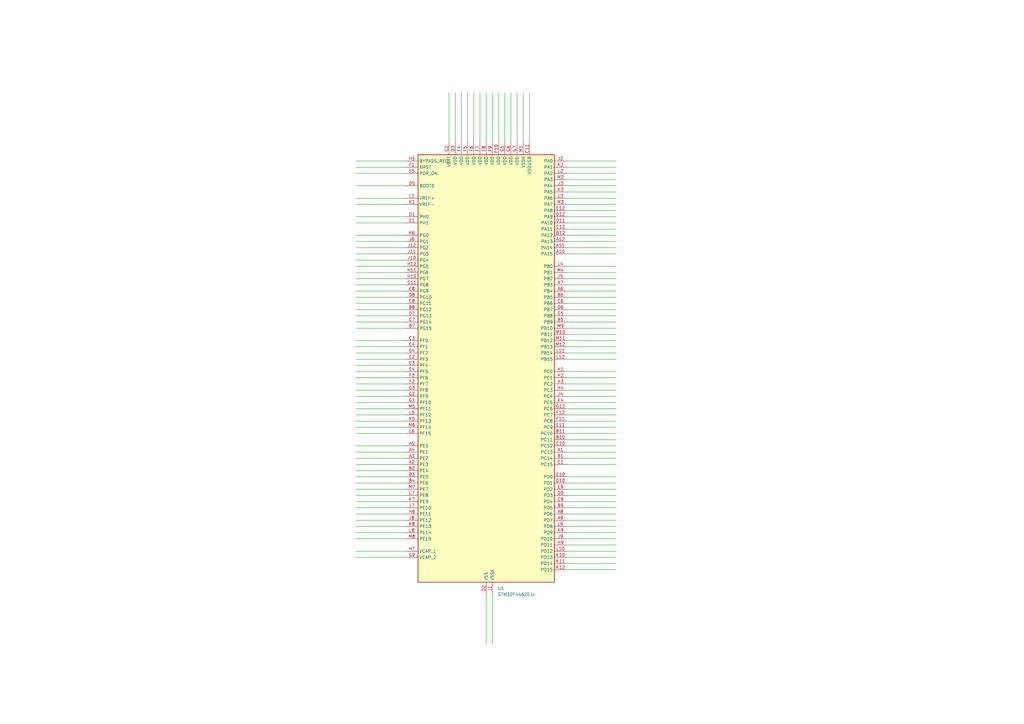
<source format=kicad_sch>
(kicad_sch (version 20230121) (generator eeschema)
  (paper "A3")
  (lib_symbols
    (symbol "MCU_ST_STM32F4:STM32F446ZEJx"
      (property "Reference" "U" (at -27.94 90.17 0))
      (property "Value" "STM32F446ZEJx" (at 20.32 90.17 0))
      (symbol "STM32F446ZEJx_0_1"
        (rectangle (start -27.94 -86.36) (end 27.94 88.9) (stroke (width 0.254)) (fill (type background)))
      )
      (symbol "STM32F446ZEJx_1_1"
        (pin bidirectional line (at 33.02 -33.02 180) (length 5.08) (name "PC13") (number "A1"))
        (pin bidirectional line (at 33.02 48.26 180) (length 5.08) (name "PA15") (number "A10"))
        (pin bidirectional line (at 33.02 50.8 180) (length 5.08) (name "PA14") (number "A11"))
        (pin bidirectional line (at 33.02 53.34 180) (length 5.08) (name "PA13") (number "A12"))
        (pin bidirectional line (at -33.02 -38.1 0) (length 5.08) (name "PE3") (number "A2"))
        (pin bidirectional line (at -33.02 -35.56 0) (length 5.08) (name "PE2") (number "A3"))
        (pin bidirectional line (at -33.02 -33.02 0) (length 5.08) (name "PE1") (number "A4"))
        (pin bidirectional line (at -33.02 -30.48 0) (length 5.08) (name "PE0") (number "A5"))
        (pin bidirectional line (at 33.02 33.02 180) (length 5.08) (name "PB4") (number "A6"))
        (pin bidirectional line (at 33.02 35.56 180) (length 5.08) (name "PB3") (number "A7"))
        (pin bidirectional line (at 33.02 -58.42 180) (length 5.08) (name "PD6") (number "A8"))
        (pin bidirectional line (at 33.02 -60.96 180) (length 5.08) (name "PD7") (number "A9"))
        (pin bidirectional line (at 33.02 -35.56 180) (length 5.08) (name "PC14") (number "B1"))
        (pin bidirectional line (at 33.02 -27.94 180) (length 5.08) (name "PC11") (number "B10"))
        (pin bidirectional line (at 33.02 -25.4 180) (length 5.08) (name "PC10") (number "B11"))
        (pin bidirectional line (at 33.02 55.88 180) (length 5.08) (name "PA12") (number "B12"))
        (pin bidirectional line (at -33.02 -40.64 0) (length 5.08) (name "PE4") (number "B2"))
        (pin bidirectional line (at -33.02 -43.18 0) (length 5.08) (name "PE5") (number "B3"))
        (pin bidirectional line (at -33.02 -45.72 0) (length 5.08) (name "PE6") (number "B4"))
        (pin bidirectional line (at 33.02 20.32 180) (length 5.08) (name "PB9") (number "B5"))
        (pin bidirectional line (at 33.02 30.48 180) (length 5.08) (name "PB5") (number "B6"))
        (pin bidirectional line (at -33.02 17.78 0) (length 5.08) (name "PG15") (number "B7"))
        (pin bidirectional line (at -33.02 25.4 0) (length 5.08) (name "PG12") (number "B8"))
        (pin bidirectional line (at 33.02 -55.88 180) (length 5.08) (name "PD5") (number "B9"))
        (pin bidirectional line (at 33.02 -38.1 180) (length 5.08) (name "PC15") (number "C1"))
        (pin bidirectional line (at 33.02 -30.48 180) (length 5.08) (name "PC12") (number "C10"))
        (pin power_in line (at 17.78 93.98 270) (length 5.08) (name "VDDUSB") (number "C11"))
        (pin bidirectional line (at 33.02 58.42 180) (length 5.08) (name "PA11") (number "C12"))
        (pin power_in line (at -15.24 93.98 270) (length 5.08) (name "VBAT") (number "C2"))
        (pin bidirectional line (at -33.02 12.7 0) (length 5.08) (name "PF0") (number "C3"))
        (pin bidirectional line (at -33.02 10.16 0) (length 5.08) (name "PF1") (number "C4"))
        (pin bidirectional line (at 33.02 22.86 180) (length 5.08) (name "PB8") (number "C5"))
        (pin bidirectional line (at 33.02 27.94 180) (length 5.08) (name "PB6") (number "C6"))
        (pin bidirectional line (at -33.02 20.32 0) (length 5.08) (name "PG14") (number "C7"))
        (pin bidirectional line (at -33.02 27.94 0) (length 5.08) (name "PG11") (number "C8"))
        (pin bidirectional line (at 33.02 -53.34 180) (length 5.08) (name "PD4") (number "C9"))
        (pin bidirectional line (at -33.02 63.5 0) (length 5.08) (name "PH0") (number "D1"))
        (pin bidirectional line (at 33.02 -45.72 180) (length 5.08) (name "PD1") (number "D10"))
        (pin bidirectional line (at 33.02 60.96 180) (length 5.08) (name "PA10") (number "D11"))
        (pin bidirectional line (at 33.02 63.5 180) (length 5.08) (name "PA9") (number "D12"))
        (pin power_in line (at 0 -91.44 90) (length 5.08) (name "VSS") (number "D2"))
        (pin power_in line (at -12.7 93.98 270) (length 5.08) (name "VDD") (number "D3"))
        (pin bidirectional line (at -33.02 7.62 0) (length 5.08) (name "PF2") (number "D4"))
        (pin input line (at -33.02 76.2 0) (length 5.08) (name "BOOT0") (number "D5"))
        (pin bidirectional line (at 33.02 25.4 180) (length 5.08) (name "PB7") (number "D6"))
        (pin bidirectional line (at -33.02 22.86 0) (length 5.08) (name "PG13") (number "D7"))
        (pin bidirectional line (at -33.02 30.48 0) (length 5.08) (name "PG10") (number "D8"))
        (pin bidirectional line (at 33.02 -50.8 180) (length 5.08) (name "PD3") (number "D9"))
        (pin bidirectional line (at -33.02 60.96 0) (length 5.08) (name "PH1") (number "E1"))
        (pin bidirectional line (at 33.02 -43.18 180) (length 5.08) (name "PD0") (number "E10"))
        (pin bidirectional line (at 33.02 -22.86 180) (length 5.08) (name "PC9") (number "E11"))
        (pin bidirectional line (at 33.02 66.04 180) (length 5.08) (name "PA8") (number "E12"))
        (pin bidirectional line (at -33.02 5.08 0) (length 5.08) (name "PF3") (number "E2"))
        (pin bidirectional line (at -33.02 2.54 0) (length 5.08) (name "PF4") (number "E3"))
        (pin bidirectional line (at -33.02 0 0) (length 5.08) (name "PF5") (number "E4"))
        (pin input line (at -33.02 81.28 0) (length 5.08) (name "PDR_ON") (number "E5"))
        (pin passive line (at 0 -91.44 90) (length 5.08) hide (name "VSS") (number "E6"))
        (pin passive line (at 0 -91.44 90) (length 5.08) hide (name "VSS") (number "E7"))
        (pin bidirectional line (at -33.02 33.02 0) (length 5.08) (name "PG9") (number "E8"))
        (pin bidirectional line (at 33.02 -48.26 180) (length 5.08) (name "PD2") (number "E9"))
        (pin input line (at -33.02 83.82 0) (length 5.08) (name "NRST") (number "F1"))
        (pin power_in line (at 5.08 93.98 270) (length 5.08) (name "VDD") (number "F10"))
        (pin bidirectional line (at 33.02 -20.32 180) (length 5.08) (name "PC8") (number "F11"))
        (pin bidirectional line (at 33.02 -17.78 180) (length 5.08) (name "PC7") (number "F12"))
        (pin bidirectional line (at -33.02 -5.08 0) (length 5.08) (name "PF7") (number "F2"))
        (pin bidirectional line (at -33.02 -2.54 0) (length 5.08) (name "PF6") (number "F3"))
        (pin power_in line (at -10.16 93.98 270) (length 5.08) (name "VDD") (number "F4"))
        (pin power_in line (at -7.62 93.98 270) (length 5.08) (name "VDD") (number "F5"))
        (pin power_in line (at -5.08 93.98 270) (length 5.08) (name "VDD") (number "F6"))
        (pin power_in line (at -2.54 93.98 270) (length 5.08) (name "VDD") (number "F7"))
        (pin power_in line (at 0 93.98 270) (length 5.08) (name "VDD") (number "F8"))
        (pin power_in line (at 2.54 93.98 270) (length 5.08) (name "VDD") (number "F9"))
        (pin bidirectional line (at -33.02 -12.7 0) (length 5.08) (name "PF10") (number "G1"))
        (pin passive line (at 0 -91.44 90) (length 5.08) hide (name "VSS") (number "G10"))
        (pin bidirectional line (at -33.02 35.56 0) (length 5.08) (name "PG8") (number "G11"))
        (pin bidirectional line (at 33.02 -15.24 180) (length 5.08) (name "PC6") (number "G12"))
        (pin bidirectional line (at -33.02 -10.16 0) (length 5.08) (name "PF9") (number "G2"))
        (pin bidirectional line (at -33.02 -7.62 0) (length 5.08) (name "PF8") (number "G3"))
        (pin passive line (at 0 -91.44 90) (length 5.08) hide (name "VSS") (number "G4"))
        (pin power_in line (at 7.62 93.98 270) (length 5.08) (name "VDD") (number "G5"))
        (pin power_in line (at 10.16 93.98 270) (length 5.08) (name "VDD") (number "G6"))
        (pin power_in line (at 12.7 93.98 270) (length 5.08) (name "VDD") (number "G7"))
        (pin passive line (at 0 -91.44 90) (length 5.08) hide (name "VSS") (number "G8"))
        (pin power_out line (at -33.02 -76.2 0) (length 5.08) (name "VCAP_2") (number "G9"))
        (pin bidirectional line (at 33.02 0 180) (length 5.08) (name "PC0") (number "H1"))
        (pin bidirectional line (at -33.02 38.1 0) (length 5.08) (name "PG7") (number "H10"))
        (pin bidirectional line (at -33.02 40.64 0) (length 5.08) (name "PG6") (number "H11"))
        (pin bidirectional line (at -33.02 43.18 0) (length 5.08) (name "PG5") (number "H12"))
        (pin bidirectional line (at 33.02 -2.54 180) (length 5.08) (name "PC1") (number "H2"))
        (pin bidirectional line (at 33.02 -5.08 180) (length 5.08) (name "PC2") (number "H3"))
        (pin bidirectional line (at 33.02 -7.62 180) (length 5.08) (name "PC3") (number "H4"))
        (pin input line (at -33.02 86.36 0) (length 5.08) (name "BYPASS_REG") (number "H5"))
        (pin passive line (at 0 -91.44 90) (length 5.08) hide (name "VSS") (number "H6"))
        (pin power_out line (at -33.02 -73.66 0) (length 5.08) (name "VCAP_1") (number "H7"))
        (pin bidirectional line (at -33.02 -58.42 0) (length 5.08) (name "PE11") (number "H8"))
        (pin bidirectional line (at 33.02 -71.12 180) (length 5.08) (name "PD11") (number "H9"))
        (pin power_in line (at 2.54 -91.44 90) (length 5.08) (name "VSSA") (number "J1"))
        (pin bidirectional line (at -33.02 45.72 0) (length 5.08) (name "PG4") (number "J10"))
        (pin bidirectional line (at -33.02 48.26 0) (length 5.08) (name "PG3") (number "J11"))
        (pin bidirectional line (at -33.02 50.8 0) (length 5.08) (name "PG2") (number "J12"))
        (pin bidirectional line (at 33.02 86.36 180) (length 5.08) (name "PA0") (number "J2"))
        (pin bidirectional line (at 33.02 76.2 180) (length 5.08) (name "PA4") (number "J3"))
        (pin bidirectional line (at 33.02 -10.16 180) (length 5.08) (name "PC4") (number "J4"))
        (pin bidirectional line (at 33.02 38.1 180) (length 5.08) (name "PB2") (number "J5"))
        (pin bidirectional line (at -33.02 53.34 0) (length 5.08) (name "PG1") (number "J6"))
        (pin bidirectional line (at -33.02 -55.88 0) (length 5.08) (name "PE10") (number "J7"))
        (pin bidirectional line (at -33.02 -60.96 0) (length 5.08) (name "PE12") (number "J8"))
        (pin bidirectional line (at 33.02 -68.58 180) (length 5.08) (name "PD10") (number "J9"))
        (pin input line (at -33.02 68.58 0) (length 5.08) (name "VREF-") (number "K1"))
        (pin bidirectional line (at 33.02 -76.2 180) (length 5.08) (name "PD13") (number "K10"))
        (pin bidirectional line (at 33.02 -78.74 180) (length 5.08) (name "PD14") (number "K11"))
        (pin bidirectional line (at 33.02 -81.28 180) (length 5.08) (name "PD15") (number "K12"))
        (pin bidirectional line (at 33.02 83.82 180) (length 5.08) (name "PA1") (number "K2"))
        (pin bidirectional line (at 33.02 73.66 180) (length 5.08) (name "PA5") (number "K3"))
        (pin bidirectional line (at 33.02 -12.7 180) (length 5.08) (name "PC5") (number "K4"))
        (pin bidirectional line (at -33.02 -20.32 0) (length 5.08) (name "PF13") (number "K5"))
        (pin bidirectional line (at -33.02 55.88 0) (length 5.08) (name "PG0") (number "K6"))
        (pin bidirectional line (at -33.02 -53.34 0) (length 5.08) (name "PE9") (number "K7"))
        (pin bidirectional line (at -33.02 -63.5 0) (length 5.08) (name "PE13") (number "K8"))
        (pin bidirectional line (at 33.02 -66.04 180) (length 5.08) (name "PD9") (number "K9"))
        (pin input line (at -33.02 71.12 0) (length 5.08) (name "VREF+") (number "L1"))
        (pin bidirectional line (at 33.02 -73.66 180) (length 5.08) (name "PD12") (number "L10"))
        (pin bidirectional line (at 33.02 7.62 180) (length 5.08) (name "PB14") (number "L11"))
        (pin bidirectional line (at 33.02 5.08 180) (length 5.08) (name "PB15") (number "L12"))
        (pin bidirectional line (at 33.02 81.28 180) (length 5.08) (name "PA2") (number "L2"))
        (pin bidirectional line (at 33.02 71.12 180) (length 5.08) (name "PA6") (number "L3"))
        (pin bidirectional line (at 33.02 43.18 180) (length 5.08) (name "PB0") (number "L4"))
        (pin bidirectional line (at -33.02 -17.78 0) (length 5.08) (name "PF12") (number "L5"))
        (pin bidirectional line (at -33.02 -25.4 0) (length 5.08) (name "PF15") (number "L6"))
        (pin bidirectional line (at -33.02 -50.8 0) (length 5.08) (name "PE8") (number "L7"))
        (pin bidirectional line (at -33.02 -66.04 0) (length 5.08) (name "PE14") (number "L8"))
        (pin bidirectional line (at 33.02 -63.5 180) (length 5.08) (name "PD8") (number "L9"))
        (pin power_in line (at 15.24 93.98 270) (length 5.08) (name "VDDA") (number "M1"))
        (pin bidirectional line (at 33.02 15.24 180) (length 5.08) (name "PB11") (number "M10"))
        (pin bidirectional line (at 33.02 12.7 180) (length 5.08) (name "PB12") (number "M11"))
        (pin bidirectional line (at 33.02 10.16 180) (length 5.08) (name "PB13") (number "M12"))
        (pin bidirectional line (at 33.02 78.74 180) (length 5.08) (name "PA3") (number "M2"))
        (pin bidirectional line (at 33.02 68.58 180) (length 5.08) (name "PA7") (number "M3"))
        (pin bidirectional line (at 33.02 40.64 180) (length 5.08) (name "PB1") (number "M4"))
        (pin bidirectional line (at -33.02 -15.24 0) (length 5.08) (name "PF11") (number "M5"))
        (pin bidirectional line (at -33.02 -22.86 0) (length 5.08) (name "PF14") (number "M6"))
        (pin bidirectional line (at -33.02 -48.26 0) (length 5.08) (name "PE7") (number "M7"))
        (pin bidirectional line (at -33.02 -68.58 0) (length 5.08) (name "PE15") (number "M8"))
        (pin bidirectional line (at 33.02 17.78 180) (length 5.08) (name "PB10") (number "M9"))
      )
    )
  )
  (wire (pts (xy 232.41 142.24) (xy 252.73 142.24)))
  (wire (pts (xy 146.05 121.92) (xy 166.37 121.92)))
  (wire (pts (xy 146.05 205.74) (xy 166.37 205.74)))
  (wire (pts (xy 146.05 157.48) (xy 166.37 157.48)))
  (wire (pts (xy 146.05 81.28) (xy 166.37 81.28)))
  (wire (pts (xy 146.05 147.32) (xy 166.37 147.32)))
  (wire (pts (xy 146.05 190.5) (xy 166.37 190.5)))
  (wire (pts (xy 146.05 83.82) (xy 166.37 83.82)))
  (wire (pts (xy 146.05 114.3) (xy 166.37 114.3)))
  (wire (pts (xy 146.05 68.58) (xy 166.37 68.58)))
  (wire (pts (xy 146.05 213.36) (xy 166.37 213.36)))
  (wire (pts (xy 146.05 129.54) (xy 166.37 129.54)))
  (wire (pts (xy 209.55 38.1) (xy 209.55 58.42)))
  (wire (pts (xy 232.41 114.3) (xy 252.73 114.3)))
  (wire (pts (xy 146.05 99.06) (xy 166.37 99.06)))
  (wire (pts (xy 146.05 220.98) (xy 166.37 220.98)))
  (wire (pts (xy 232.41 177.8) (xy 252.73 177.8)))
  (wire (pts (xy 232.41 220.98) (xy 252.73 220.98)))
  (wire (pts (xy 252.73 81.28) (xy 232.41 81.28)))
  (wire (pts (xy 146.05 116.84) (xy 166.37 116.84)))
  (wire (pts (xy 201.93 264.16) (xy 201.93 243.84)))
  (wire (pts (xy 232.41 137.16) (xy 252.73 137.16)))
  (wire (pts (xy 146.05 162.56) (xy 166.37 162.56)))
  (wire (pts (xy 146.05 167.64) (xy 166.37 167.64)))
  (wire (pts (xy 146.05 152.4) (xy 166.37 152.4)))
  (wire (pts (xy 146.05 210.82) (xy 166.37 210.82)))
  (wire (pts (xy 232.41 215.9) (xy 252.73 215.9)))
  (wire (pts (xy 146.05 154.94) (xy 166.37 154.94)))
  (wire (pts (xy 146.05 177.8) (xy 166.37 177.8)))
  (wire (pts (xy 232.41 223.52) (xy 252.73 223.52)))
  (wire (pts (xy 146.05 71.12) (xy 166.37 71.12)))
  (wire (pts (xy 232.41 124.46) (xy 252.73 124.46)))
  (wire (pts (xy 232.41 152.4) (xy 252.73 152.4)))
  (wire (pts (xy 232.41 165.1) (xy 252.73 165.1)))
  (wire (pts (xy 252.73 83.82) (xy 232.41 83.82)))
  (wire (pts (xy 146.05 185.42) (xy 166.37 185.42)))
  (wire (pts (xy 232.41 187.96) (xy 252.73 187.96)))
  (wire (pts (xy 252.73 68.58) (xy 232.41 68.58)))
  (wire (pts (xy 252.73 73.66) (xy 232.41 73.66)))
  (wire (pts (xy 232.41 127) (xy 252.73 127)))
  (wire (pts (xy 191.77 38.1) (xy 191.77 58.42)))
  (wire (pts (xy 186.69 38.1) (xy 186.69 58.42)))
  (wire (pts (xy 232.41 157.48) (xy 252.73 157.48)))
  (wire (pts (xy 232.41 200.66) (xy 252.73 200.66)))
  (wire (pts (xy 146.05 172.72) (xy 166.37 172.72)))
  (wire (pts (xy 232.41 162.56) (xy 252.73 162.56)))
  (wire (pts (xy 232.41 172.72) (xy 252.73 172.72)))
  (wire (pts (xy 146.05 175.26) (xy 166.37 175.26)))
  (wire (pts (xy 146.05 66.04) (xy 166.37 66.04)))
  (wire (pts (xy 146.05 187.96) (xy 166.37 187.96)))
  (wire (pts (xy 232.41 185.42) (xy 252.73 185.42)))
  (wire (pts (xy 232.41 109.22) (xy 252.73 109.22)))
  (wire (pts (xy 232.41 203.2) (xy 252.73 203.2)))
  (wire (pts (xy 146.05 127) (xy 166.37 127)))
  (wire (pts (xy 232.41 121.92) (xy 252.73 121.92)))
  (wire (pts (xy 146.05 104.14) (xy 166.37 104.14)))
  (wire (pts (xy 252.73 93.98) (xy 232.41 93.98)))
  (wire (pts (xy 232.41 129.54) (xy 252.73 129.54)))
  (wire (pts (xy 146.05 165.1) (xy 166.37 165.1)))
  (wire (pts (xy 146.05 170.18) (xy 166.37 170.18)))
  (wire (pts (xy 252.73 101.6) (xy 232.41 101.6)))
  (wire (pts (xy 232.41 210.82) (xy 252.73 210.82)))
  (wire (pts (xy 232.41 116.84) (xy 252.73 116.84)))
  (wire (pts (xy 146.05 200.66) (xy 166.37 200.66)))
  (wire (pts (xy 232.41 132.08) (xy 252.73 132.08)))
  (wire (pts (xy 212.09 38.1) (xy 212.09 58.42)))
  (wire (pts (xy 232.41 144.78) (xy 252.73 144.78)))
  (wire (pts (xy 204.47 38.1) (xy 204.47 58.42)))
  (wire (pts (xy 194.31 38.1) (xy 194.31 58.42)))
  (wire (pts (xy 252.73 66.04) (xy 232.41 66.04)))
  (wire (pts (xy 146.05 96.52) (xy 166.37 96.52)))
  (wire (pts (xy 146.05 149.86) (xy 166.37 149.86)))
  (wire (pts (xy 232.41 175.26) (xy 252.73 175.26)))
  (wire (pts (xy 199.39 264.16) (xy 199.39 243.84)))
  (wire (pts (xy 146.05 226.06) (xy 166.37 226.06)))
  (wire (pts (xy 252.73 71.12) (xy 232.41 71.12)))
  (wire (pts (xy 207.01 38.1) (xy 207.01 58.42)))
  (wire (pts (xy 146.05 132.08) (xy 166.37 132.08)))
  (wire (pts (xy 146.05 193.04) (xy 166.37 193.04)))
  (wire (pts (xy 252.73 96.52) (xy 232.41 96.52)))
  (wire (pts (xy 252.73 104.14) (xy 232.41 104.14)))
  (wire (pts (xy 146.05 106.68) (xy 166.37 106.68)))
  (wire (pts (xy 252.73 88.9) (xy 232.41 88.9)))
  (wire (pts (xy 232.41 134.62) (xy 252.73 134.62)))
  (wire (pts (xy 146.05 76.2) (xy 166.37 76.2)))
  (wire (pts (xy 232.41 190.5) (xy 252.73 190.5)))
  (wire (pts (xy 232.41 182.88) (xy 252.73 182.88)))
  (wire (pts (xy 232.41 195.58) (xy 252.73 195.58)))
  (wire (pts (xy 146.05 208.28) (xy 166.37 208.28)))
  (wire (pts (xy 201.93 38.1) (xy 201.93 58.42)))
  (wire (pts (xy 146.05 160.02) (xy 166.37 160.02)))
  (wire (pts (xy 146.05 218.44) (xy 166.37 218.44)))
  (wire (pts (xy 146.05 228.6) (xy 166.37 228.6)))
  (wire (pts (xy 146.05 215.9) (xy 166.37 215.9)))
  (wire (pts (xy 146.05 109.22) (xy 166.37 109.22)))
  (wire (pts (xy 146.05 198.12) (xy 166.37 198.12)))
  (wire (pts (xy 232.41 233.68) (xy 252.73 233.68)))
  (wire (pts (xy 232.41 111.76) (xy 252.73 111.76)))
  (wire (pts (xy 199.39 38.1) (xy 199.39 58.42)))
  (wire (pts (xy 196.85 38.1) (xy 196.85 58.42)))
  (wire (pts (xy 189.23 38.1) (xy 189.23 58.42)))
  (wire (pts (xy 232.41 231.14) (xy 252.73 231.14)))
  (wire (pts (xy 232.41 180.34) (xy 252.73 180.34)))
  (wire (pts (xy 232.41 154.94) (xy 252.73 154.94)))
  (wire (pts (xy 252.73 99.06) (xy 232.41 99.06)))
  (wire (pts (xy 232.41 167.64) (xy 252.73 167.64)))
  (wire (pts (xy 232.41 139.7) (xy 252.73 139.7)))
  (wire (pts (xy 146.05 124.46) (xy 166.37 124.46)))
  (wire (pts (xy 252.73 86.36) (xy 232.41 86.36)))
  (wire (pts (xy 146.05 101.6) (xy 166.37 101.6)))
  (wire (pts (xy 146.05 111.76) (xy 166.37 111.76)))
  (wire (pts (xy 232.41 228.6) (xy 252.73 228.6)))
  (wire (pts (xy 146.05 139.7) (xy 166.37 139.7)))
  (wire (pts (xy 217.17 38.1) (xy 217.17 58.42)))
  (wire (pts (xy 214.63 38.1) (xy 214.63 58.42)))
  (wire (pts (xy 146.05 134.62) (xy 166.37 134.62)))
  (wire (pts (xy 146.05 88.9) (xy 166.37 88.9)))
  (wire (pts (xy 146.05 142.24) (xy 166.37 142.24)))
  (wire (pts (xy 146.05 144.78) (xy 166.37 144.78)))
  (wire (pts (xy 232.41 226.06) (xy 252.73 226.06)))
  (wire (pts (xy 232.41 198.12) (xy 252.73 198.12)))
  (wire (pts (xy 232.41 205.74) (xy 252.73 205.74)))
  (wire (pts (xy 146.05 119.38) (xy 166.37 119.38)))
  (wire (pts (xy 232.41 119.38) (xy 252.73 119.38)))
  (wire (pts (xy 232.41 208.28) (xy 252.73 208.28)))
  (wire (pts (xy 232.41 170.18) (xy 252.73 170.18)))
  (wire (pts (xy 232.41 147.32) (xy 252.73 147.32)))
  (wire (pts (xy 146.05 203.2) (xy 166.37 203.2)))
  (wire (pts (xy 146.05 195.58) (xy 166.37 195.58)))
  (wire (pts (xy 252.73 78.74) (xy 232.41 78.74)))
  (wire (pts (xy 232.41 213.36) (xy 252.73 213.36)))
  (wire (pts (xy 232.41 218.44) (xy 252.73 218.44)))
  (wire (pts (xy 184.15 38.1) (xy 184.15 58.42)))
  (wire (pts (xy 232.41 160.02) (xy 252.73 160.02)))
  (wire (pts (xy 252.73 91.44) (xy 232.41 91.44)))
  (wire (pts (xy 252.73 76.2) (xy 232.41 76.2)))
  (wire (pts (xy 146.05 91.44) (xy 166.37 91.44)))
  (wire (pts (xy 146.05 182.88) (xy 166.37 182.88)))
  (symbol (lib_id "MCU_ST_STM32F4:STM32F446ZEJx") (at 199.39 152.4 0) (unit 1)
    (property "Reference" "U1" (at 204.1241 241.3 0) (effects (justify left)))
    (property "Value" "STM32F446ZEJx" (at 204.1241 243.84 0) (effects (justify left)))
    (property "Footprint" "Package_BGA:UFBGA-144_10x10mm_Layout12x12_P0.8mm" (effects hide))
    (property "Datasheet" "https://www.st.com/resource/en/datasheet/stm32f446ze.pdf" (effects hide))
  )
)
</source>
